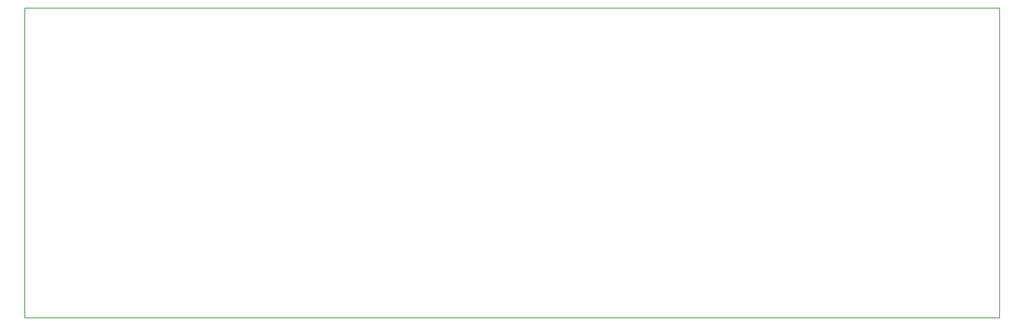
<source format=gbr>
G04 DipTrace 2.4.0.2*
%INBoardOutline.gbr*%
%MOIN*%
%ADD11C,0.0055*%
%FSLAX44Y44*%
G04*
G70*
G90*
G75*
G01*
%LNBoardOutline*%
%LPD*%
X3937Y31890D2*
D11*
X91732D1*
Y3937D1*
X3937D1*
Y31890D1*
M02*

</source>
